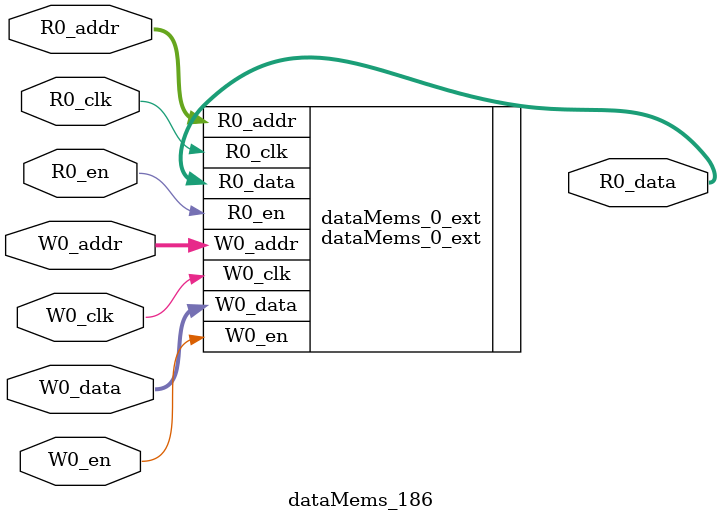
<source format=sv>
`ifndef RANDOMIZE
  `ifdef RANDOMIZE_REG_INIT
    `define RANDOMIZE
  `endif // RANDOMIZE_REG_INIT
`endif // not def RANDOMIZE
`ifndef RANDOMIZE
  `ifdef RANDOMIZE_MEM_INIT
    `define RANDOMIZE
  `endif // RANDOMIZE_MEM_INIT
`endif // not def RANDOMIZE

`ifndef RANDOM
  `define RANDOM $random
`endif // not def RANDOM

// Users can define 'PRINTF_COND' to add an extra gate to prints.
`ifndef PRINTF_COND_
  `ifdef PRINTF_COND
    `define PRINTF_COND_ (`PRINTF_COND)
  `else  // PRINTF_COND
    `define PRINTF_COND_ 1
  `endif // PRINTF_COND
`endif // not def PRINTF_COND_

// Users can define 'ASSERT_VERBOSE_COND' to add an extra gate to assert error printing.
`ifndef ASSERT_VERBOSE_COND_
  `ifdef ASSERT_VERBOSE_COND
    `define ASSERT_VERBOSE_COND_ (`ASSERT_VERBOSE_COND)
  `else  // ASSERT_VERBOSE_COND
    `define ASSERT_VERBOSE_COND_ 1
  `endif // ASSERT_VERBOSE_COND
`endif // not def ASSERT_VERBOSE_COND_

// Users can define 'STOP_COND' to add an extra gate to stop conditions.
`ifndef STOP_COND_
  `ifdef STOP_COND
    `define STOP_COND_ (`STOP_COND)
  `else  // STOP_COND
    `define STOP_COND_ 1
  `endif // STOP_COND
`endif // not def STOP_COND_

// Users can define INIT_RANDOM as general code that gets injected into the
// initializer block for modules with registers.
`ifndef INIT_RANDOM
  `define INIT_RANDOM
`endif // not def INIT_RANDOM

// If using random initialization, you can also define RANDOMIZE_DELAY to
// customize the delay used, otherwise 0.002 is used.
`ifndef RANDOMIZE_DELAY
  `define RANDOMIZE_DELAY 0.002
`endif // not def RANDOMIZE_DELAY

// Define INIT_RANDOM_PROLOG_ for use in our modules below.
`ifndef INIT_RANDOM_PROLOG_
  `ifdef RANDOMIZE
    `ifdef VERILATOR
      `define INIT_RANDOM_PROLOG_ `INIT_RANDOM
    `else  // VERILATOR
      `define INIT_RANDOM_PROLOG_ `INIT_RANDOM #`RANDOMIZE_DELAY begin end
    `endif // VERILATOR
  `else  // RANDOMIZE
    `define INIT_RANDOM_PROLOG_
  `endif // RANDOMIZE
`endif // not def INIT_RANDOM_PROLOG_

// Include register initializers in init blocks unless synthesis is set
`ifndef SYNTHESIS
  `ifndef ENABLE_INITIAL_REG_
    `define ENABLE_INITIAL_REG_
  `endif // not def ENABLE_INITIAL_REG_
`endif // not def SYNTHESIS

// Include rmemory initializers in init blocks unless synthesis is set
`ifndef SYNTHESIS
  `ifndef ENABLE_INITIAL_MEM_
    `define ENABLE_INITIAL_MEM_
  `endif // not def ENABLE_INITIAL_MEM_
`endif // not def SYNTHESIS

module dataMems_186(	// @[generators/ara/src/main/scala/UnsafeAXI4ToTL.scala:365:62]
  input  [4:0]   R0_addr,
  input          R0_en,
  input          R0_clk,
  output [130:0] R0_data,
  input  [4:0]   W0_addr,
  input          W0_en,
  input          W0_clk,
  input  [130:0] W0_data
);

  dataMems_0_ext dataMems_0_ext (	// @[generators/ara/src/main/scala/UnsafeAXI4ToTL.scala:365:62]
    .R0_addr (R0_addr),
    .R0_en   (R0_en),
    .R0_clk  (R0_clk),
    .R0_data (R0_data),
    .W0_addr (W0_addr),
    .W0_en   (W0_en),
    .W0_clk  (W0_clk),
    .W0_data (W0_data)
  );
endmodule


</source>
